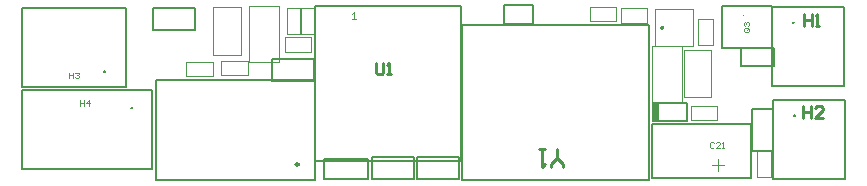
<source format=gto>
G04*
G04 #@! TF.GenerationSoftware,Altium Limited,Altium Designer,22.6.1 (34)*
G04*
G04 Layer_Color=65535*
%FSLAX44Y44*%
%MOMM*%
G71*
G04*
G04 #@! TF.SameCoordinates,499910AD-9B8C-4153-9010-BA54DE613A27*
G04*
G04*
G04 #@! TF.FilePolarity,Positive*
G04*
G01*
G75*
%ADD10C,0.2540*%
%ADD11C,0.1000*%
%ADD12C,0.2500*%
%ADD13C,0.1520*%
%ADD14C,0.2000*%
%ADD15C,0.0500*%
%ADD16R,0.4826X1.5494*%
D10*
X928016Y935288D02*
G03*
X928016Y935288I-254J0D01*
G01*
X905146Y966188D02*
G03*
X905146Y966188I-254J0D01*
G01*
X1488254Y1007558D02*
G03*
X1488254Y1007558I-254J0D01*
G01*
X1489254Y928958D02*
G03*
X1489254Y928958I-254J0D01*
G01*
X1134579Y973832D02*
Y965502D01*
X1136246Y963836D01*
X1139578D01*
X1141244Y965502D01*
Y973832D01*
X1144576Y963836D02*
X1147908D01*
X1146242D01*
Y973832D01*
X1144576Y972166D01*
X1293156Y885382D02*
Y887922D01*
X1288078Y893000D01*
X1283000Y887922D01*
Y885382D01*
X1288078Y893000D02*
Y900618D01*
X1277922D02*
X1272843D01*
X1275382D01*
Y885382D01*
X1277922Y887922D01*
X1496369Y937398D02*
Y927402D01*
Y932400D01*
X1503034D01*
Y937398D01*
Y927402D01*
X1513031D02*
X1506366D01*
X1513031Y934066D01*
Y935732D01*
X1511364Y937398D01*
X1508032D01*
X1506366Y935732D01*
X1497036Y1014998D02*
Y1005002D01*
Y1010000D01*
X1503700D01*
Y1014998D01*
Y1005002D01*
X1507032D02*
X1510365D01*
X1508698D01*
Y1014998D01*
X1507032Y1013332D01*
D11*
X1445868Y1013968D02*
G03*
X1445868Y1013968I-100J0D01*
G01*
X1407904Y988824D02*
Y1011176D01*
Y988824D02*
X1420096D01*
Y1011176D01*
X1407904D02*
X1420096D01*
X1070904Y997824D02*
Y1020176D01*
Y997824D02*
X1083096D01*
Y1020176D01*
X1070904D02*
X1083096D01*
X1057824Y995346D02*
X1080176D01*
X1057824Y983154D02*
Y995346D01*
Y983154D02*
X1080176D01*
Y995346D01*
X974324Y962154D02*
X996676D01*
Y974346D01*
X974324D02*
X996676D01*
X974324Y962154D02*
Y974346D01*
X1059180Y997792D02*
Y1020144D01*
Y997792D02*
X1071372D01*
Y1020144D01*
X1059180D02*
X1071372D01*
X1395443Y944540D02*
Y984418D01*
Y944540D02*
X1418557D01*
Y984418D01*
X1395443D02*
X1418557D01*
X1020318Y980694D02*
Y1020572D01*
X997204D02*
X1020318D01*
X997204Y980694D02*
Y1020572D01*
Y980694D02*
X1020318D01*
X1368298Y939800D02*
X1393698D01*
Y987552D01*
X1368298D02*
X1393698D01*
X1368298Y939800D02*
Y987552D01*
X1027176Y1021842D02*
X1052576D01*
X1027176Y974090D02*
Y1021842D01*
Y974090D02*
X1052576D01*
Y1021842D01*
X1457198Y876808D02*
Y899160D01*
Y876808D02*
X1469390D01*
Y899160D01*
X1457198D02*
X1469390D01*
X1401574Y937096D02*
X1423926D01*
X1401574Y924904D02*
Y937096D01*
Y924904D02*
X1423926D01*
Y937096D01*
X1342074Y1007654D02*
X1364426D01*
Y1019846D01*
X1342074D02*
X1364426D01*
X1342074Y1007654D02*
Y1019846D01*
X1316074Y1008904D02*
X1338426D01*
Y1021096D01*
X1316074D02*
X1338426D01*
X1316074Y1008904D02*
Y1021096D01*
X1004062Y975360D02*
X1026414D01*
X1004062Y963168D02*
Y975360D01*
Y963168D02*
X1026414D01*
Y975360D01*
X1419140Y887386D02*
X1429300D01*
X1424220Y882306D02*
Y892466D01*
X1114304Y1015109D02*
X1116147Y1016951D01*
Y1011251D02*
Y1016951D01*
X1114304Y1011174D02*
X1118114D01*
X1421001Y905416D02*
X1420168Y906249D01*
X1418502D01*
X1417669Y905416D01*
Y902084D01*
X1418502Y901251D01*
X1420168D01*
X1421001Y902084D01*
X1425999Y901251D02*
X1422667D01*
X1425999Y904583D01*
Y905416D01*
X1425166Y906249D01*
X1423500D01*
X1422667Y905416D01*
X1427665Y901251D02*
X1429331D01*
X1428498D01*
Y906249D01*
X1427665Y905416D01*
X1450244Y1003358D02*
X1446912D01*
X1446079Y1002525D01*
Y1000859D01*
X1446912Y1000026D01*
X1450244D01*
X1451077Y1000859D01*
Y1002525D01*
X1449411Y1001692D02*
X1451077Y1003358D01*
Y1002525D02*
X1450244Y1003358D01*
X1446912Y1005024D02*
X1446079Y1005857D01*
Y1007523D01*
X1446912Y1008356D01*
X1447745D01*
X1448578Y1007523D01*
Y1006690D01*
Y1007523D01*
X1449411Y1008356D01*
X1450244D01*
X1451077Y1007523D01*
Y1005857D01*
X1450244Y1005024D01*
X874835Y965499D02*
Y960501D01*
Y963000D01*
X878167D01*
Y965499D01*
Y960501D01*
X879833Y964666D02*
X880666Y965499D01*
X882332D01*
X883165Y964666D01*
Y963833D01*
X882332Y963000D01*
X881499D01*
X882332D01*
X883165Y962167D01*
Y961334D01*
X882332Y960501D01*
X880666D01*
X879833Y961334D01*
X884197Y942499D02*
Y937501D01*
Y940000D01*
X887529D01*
Y942499D01*
Y937501D01*
X891694D02*
Y942499D01*
X889195Y940000D01*
X892527D01*
D12*
X1378008Y1003402D02*
G03*
X1378008Y1003402I-762J0D01*
G01*
X1069469Y887633D02*
G03*
X1069469Y887633I-1250J0D01*
G01*
D13*
X1082802Y958088D02*
Y976630D01*
X1047242Y958088D02*
X1082802D01*
X1047242Y976630D02*
X1082802D01*
X1047242Y958088D02*
Y976630D01*
X1204780Y875106D02*
Y893648D01*
X1169220Y875106D02*
X1204780D01*
X1169220Y893648D02*
X1204780D01*
X1169220Y875106D02*
Y893648D01*
X1166780Y875356D02*
Y893898D01*
X1131220Y875356D02*
X1166780D01*
X1131220Y893898D02*
X1166780D01*
X1131220Y875356D02*
Y893898D01*
X982030Y1001606D02*
Y1020148D01*
X946470Y1001606D02*
X982030D01*
X946470Y1020148D02*
X982030D01*
X946470Y1001606D02*
Y1020148D01*
X1452880Y934212D02*
X1471422D01*
Y898652D02*
Y934212D01*
X1452880Y898652D02*
Y934212D01*
Y898652D02*
X1471422D01*
X834950Y1020000D02*
X923180D01*
X834950Y952980D02*
X923180D01*
Y1020000D01*
X834950Y952980D02*
Y1020000D01*
X1091212Y875368D02*
Y891878D01*
Y875368D02*
X1128296D01*
X1091212Y891878D02*
X1128296D01*
Y875368D02*
Y891878D01*
X1427988Y986536D02*
Y1021842D01*
X1470406Y986536D02*
Y1021842D01*
X1427988D02*
X1470406D01*
X1427988Y986536D02*
X1470406D01*
X1398192Y924380D02*
Y939620D01*
X1369490D02*
X1398192D01*
X1369490Y924380D02*
X1398192D01*
X1369490D02*
Y939620D01*
X1083062Y1021842D02*
X1207268D01*
Y890778D02*
Y1021842D01*
X1083062Y890778D02*
Y1021842D01*
Y890778D02*
X1207268D01*
D14*
X1366000Y939000D02*
Y1005802D01*
X1208000D02*
X1366000D01*
X1208000Y874230D02*
Y1005802D01*
Y874230D02*
X1366000D01*
Y939000D01*
X1444280Y986620D02*
X1472220D01*
Y971380D02*
Y986620D01*
X1444280Y971380D02*
X1472220D01*
X1444280D02*
Y986620D01*
X835052Y883980D02*
Y951000D01*
X945542Y883980D02*
Y951000D01*
X835052Y883980D02*
X945542D01*
X835052Y951000D02*
X945542D01*
X1531180Y954000D02*
Y1021020D01*
X1470220Y954000D02*
Y1021020D01*
X1531180D01*
X1470220Y954000D02*
X1531180D01*
X1532180Y875400D02*
Y942420D01*
X1471220Y875400D02*
Y942420D01*
X1532180D01*
X1471220Y875400D02*
X1532180D01*
X1452148Y876140D02*
Y921606D01*
X1368582D02*
X1452148D01*
X1368582Y876140D02*
Y921606D01*
Y876140D02*
X1452148D01*
X1267968Y1006856D02*
Y1022350D01*
X1243018D02*
X1267968D01*
X1243018Y1006856D02*
X1267968D01*
X1243018D02*
Y1022350D01*
X948331Y959007D02*
X1083459D01*
X948331Y874171D02*
X1083459D01*
X948331D02*
Y959007D01*
X1083459Y874171D02*
Y959007D01*
D15*
X1403154Y987908D02*
Y1019658D01*
X1371150Y987908D02*
Y1019658D01*
X1403154D01*
X1371150Y987908D02*
X1403154D01*
D16*
X1371903Y931873D02*
D03*
M02*

</source>
